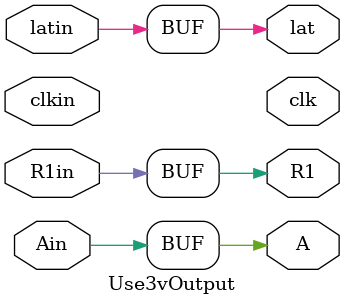
<source format=v>
`timescale 1ns / 1ps
module Use3vOutput(R1in,Ain,clkin, latin, R1,A,clk,lat);
	 (*LOC = "A8" *) input latin;
	 (*LOC = "B8" *) input R1in;
	 (*LOC = "V10" *) input clkin;
	 (*LOC = "C4" *) input Ain;
	 (*LOC = "N10" *) output lat;
	 (*LOC = "T12" *) output A;
	 (*LOC = "V12" *) output clk;
	 (*LOC = "M10" *) output R1;
 	  assign A = Ain;
     assign lat =latin;
	  assign clk= clk;
	  assign R1 = R1in;

endmodule

</source>
